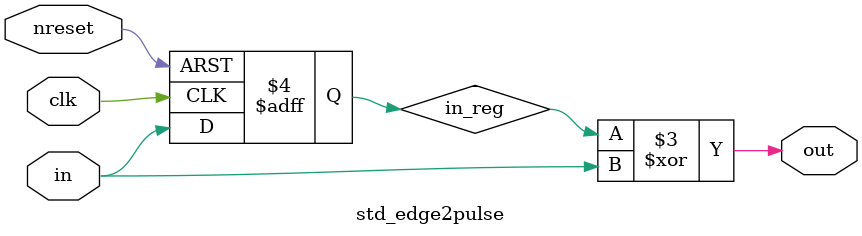
<source format=sv>

module std_edge2pulse #( parameter DW = 1, /* width of data inputs*/ parameter TYPE = "BOTH_EDGE"/* BOTH_EDGE, NEG_EDGE, POS_EDGE */)
(
	input 	    clk, // clock  
	input 	    nreset, // async active low reset   
	input [DW-1:0]  in, // edge input
	output [DW-1:0] out     // one cycle pulse
);

logic [DW-1:0]    in_reg;   

always_ff @(posedge clk, negedge nreset) begin
	if(!nreset) begin
		in_reg[DW-1:0]  <= 'b0;
	end else begin
		in_reg[DW-1:0]  <= in[DW-1:0];
	end
end

generate
	if(TYPE == "BOTH_EDGE") begin
		assign out[DW-1:0] = in_reg[DW-1:0] ^ in[DW-1:0];
	end else if(TYPE == "NEG_EDGE") begin
		assign out[DW-1:0] = in_reg[DW-1:0] & (~in[DW-1:0]);
	end else if(TYPE == "POS_EDGE") begin
		assign out[DW-1:0] = (~in_reg[DW-1:0]) & in[DW-1:0];
	end
endgenerate


endmodule // std_edge2pulse

</source>
